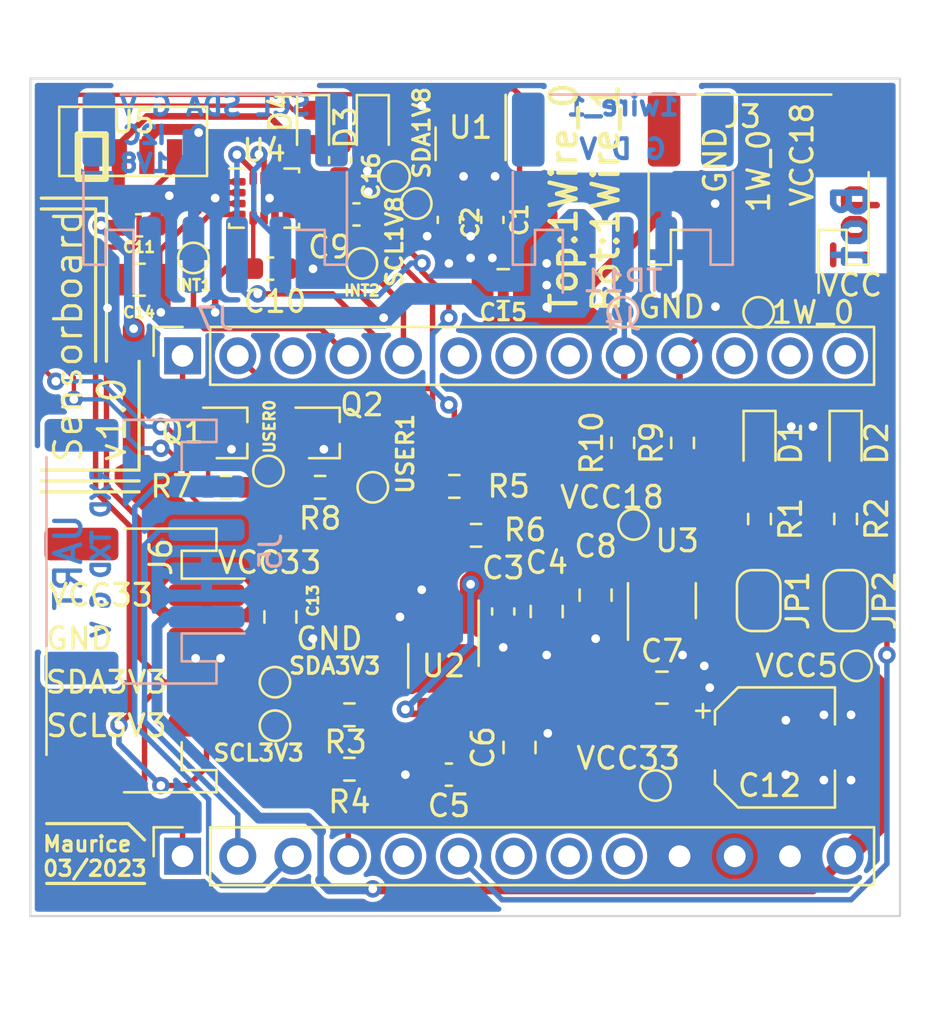
<source format=kicad_pcb>
(kicad_pcb (version 20211014) (generator pcbnew)
  (layers (0 "F.Cu" signal) (31 "B.Cu" signal) (34 "B.Paste" user) (35 "F.Paste" user) (36 "B.SilkS" user "B.Silkscreen") (37 "F.SilkS" user "F.Silkscreen") (38 "B.Mask" user) (39 "F.Mask" user) (44 "Edge.Cuts" user))
  (net 0 "")
  (net 1 "GND")
  (net 2 "Net-(D1-Pad2)")
  (net 3 "Net-(D2-Pad2)")
  (net 4 "Net-(D4-Pad1)")
  (net 5 "Net-(JP1-Pad1)")
  (net 6 "/VCC18")
  (net 7 "/SDA1V8")
  (net 8 "/SCL1V8")
  (net 9 "/EN1V8")
  (net 10 "/VCC33")
  (net 11 "/GPIO21")
  (net 12 "/GPIO01")
  (net 13 "/GPIO03")
  (net 14 "/GPIO22")
  (net 15 "/GPIO23")
  (net 16 "/LORA2")
  (net 17 "/LORA1")
  (net 18 "/GPIO27")
  (net 19 "/GPIO36")
  (net 20 "/GPIO39")
  (net 21 "/RST")
  (net 22 "/GPIO34")
  (net 23 "/GPIO35")
  (net 24 "/GPIO14")
  (net 25 "/GPIO12")
  (net 26 "/GPIO13")
  (net 27 "/GPIO25")
  (net 29 "/1WIRE_DATA0")
  (net 30 "/1WIRE_DATA1")
  (net 31 "/VCC5")
  (net 32 "Net-(D3-Pad1)")
  (net 33 "Net-(JP2-Pad1)")
  (net 34 "Net-(Q1-Pad3)")
  (net 35 "Net-(Q2-Pad3)")
  (net 38 "/GPIO00")
  (net 39 "/GPIO04")
  (footprint "LED_SMD:LED_0603_1608Metric" (layer "F.Cu") (at 91 59.75 -90)
    (fp_text reference "D4")
    (fp_text value "U1")
  )
  (footprint "Capacitor_SMD:C_0603_1608Metric" (layer "F.Cu") (at 93 63.75)
    (fp_text reference "C9")
    (fp_text value "100nF")
  )
  (footprint "Resistor_SMD:R_0603_1608Metric" (layer "F.Cu") (at 97.5 76.25 180)
    (fp_text reference "R5")
    (fp_text value "10k")
  )
  (footprint "Resistor_SMD:R_0603_1608Metric" (layer "F.Cu") (at 91.325 76.292893 180)
    (fp_text reference "R8")
    (fp_text value "82")
  )
  (footprint "Connector_PinSocket_2.54mm:PinSocket_1x13_P2.54mm_Vertical" (layer "F.Cu") (at 85 70.25 90)
    (fp_text reference "J2" hide)
    (fp_text value "Conn_01x13_Female")
  )
  (footprint "Capacitor_SMD:C_0603_1608Metric" (layer "F.Cu") (at 99.75 82 -90)
    (fp_text reference "C3")
    (fp_text value "100nF")
  )
  (footprint "TestPoint:TestPoint_Pad_D1.0mm" (layer "F.Cu") (at 85.5 65.75)
    (fp_text reference "TP12" hide)
    (fp_text value "INT1")
  )
  (footprint "Connector_JST:JST_PH_S3B-PH-SM4-TB_1x03-1MP_P2.00mm_Horizontal" (layer "F.Cu") (at 111.5 62.75 180)
    (fp_text reference "J3")
    (fp_text value "Conn_01x03_Female")
  )
  (footprint "Package_LGA:LGA-14_3x2.5mm_P0.5mm_LayoutBorder3x4y" (layer "F.Cu") (at 88.75 63)
    (fp_text reference "U4")
    (fp_text value "LSM6DS3")
  )
  (footprint "Connector_JST:JST_PH_S4B-PH-SM4-TB_1x04-1MP_P2.00mm_Horizontal" (layer "F.Cu") (at 83.25 84.25 -90)
    (fp_text reference "J6")
    (fp_text value "Conn_01x04_Female")
  )
  (footprint "own_footprints:VEML7700_top_view" (layer "F.Cu") (at 82.725 61.0915)
    (fp_text reference "U5")
    (fp_text value "VEML7700")
  )
  (footprint "Resistor_SMD:R_0603_1608Metric" (layer "F.Cu") (at 87 76.292893 180)
    (fp_text reference "R7")
    (fp_text value "82")
  )
  (footprint "TestPoint:TestPoint_Pad_D1.0mm" (layer "F.Cu") (at 94.75 62 90)
    (fp_text reference "TP9" hide)
    (fp_text value "SDA1V8")
  )
  (footprint "LED_SMD:LED_0603_1608Metric" (layer "F.Cu") (at 111.54 74.2675 -90)
    (fp_text reference "D1")
    (fp_text value "VCC33_Green")
  )
  (footprint "Package_LGA:Bosch_LGA-8_3x3mm_P0.8mm_ClockwisePinNumbering" (layer "F.Cu") (at 98.25 59.75)
    (fp_text reference "U1")
    (fp_text value "BME680")
  )
  (footprint "TestPoint:TestPoint_Pad_D1.0mm" (layer "F.Cu") (at 116 84.5)
    (fp_text reference "TP5" hide)
    (fp_text value "VCC5")
  )
  (footprint "Capacitor_SMD:C_0603_1608Metric" (layer "F.Cu") (at 97.25 89.5 180)
    (fp_text reference "C5")
    (fp_text value "100nF")
  )
  (footprint "Capacitor_SMD:C_0603_1608Metric" (layer "F.Cu") (at 99.25 64 -90)
    (fp_text reference "C1")
    (fp_text value "100nF")
  )
  (footprint "Capacitor_SMD:C_0805_2012Metric" (layer "F.Cu") (at 101.75 82 -90)
    (fp_text reference "C4")
    (fp_text value "1uF")
  )
  (footprint "Capacitor_SMD:C_0805_2012Metric" (layer "F.Cu") (at 99.75 67 180)
    (fp_text reference "C15")
    (fp_text value "1uF")
  )
  (footprint "Resistor_SMD:R_0603_1608Metric" (layer "F.Cu") (at 115.5 77.747258 -90)
    (fp_text reference "R2")
    (fp_text value "300")
  )
  (footprint "TestPoint:TestPoint_Pad_D1.0mm" (layer "F.Cu") (at 89.25 85.25 -90)
    (fp_text reference "TP7" hide)
    (fp_text value "SDA3V3")
  )
  (footprint "Package_TO_SOT_SMD:SOT-23-5" (layer "F.Cu") (at 107.05 81.5 90)
    (fp_text reference "U3")
    (fp_text value "TLV70218_SOT23-5")
  )
  (footprint "Capacitor_SMD:C_0805_2012Metric" (layer "F.Cu") (at 83 66.75 180)
    (fp_text reference "C14")
    (fp_text value "1uF")
  )
  (footprint "Resistor_SMD:R_0603_1608Metric" (layer "F.Cu") (at 92.675 89.25 180)
    (fp_text reference "R4")
    (fp_text value "10k")
  )
  (footprint "Jumper:SolderJumper-2_P1.3mm_Open_RoundedPad1.0x1.5mm" (layer "F.Cu") (at 111.5 81.5 -90)
    (fp_text reference "JP1")
    (fp_text value "SolderJumper_2_Open")
  )
  (footprint "Package_TO_SOT_SMD:SOT-323_SC-70" (layer "F.Cu") (at 91.5 73.792893)
    (fp_text reference "Q2")
    (fp_text value "Q_NMOS_GSD")
  )
  (footprint "Package_SO:VSSOP-8_3.0x3.0mm_P0.65mm" (layer "F.Cu") (at 97 84.5 -90)
    (fp_text reference "U2")
    (fp_text value "TCA9800")
  )
  (footprint "Capacitor_SMD:C_0805_2012Metric" (layer "F.Cu") (at 104 81.25 -90)
    (fp_text reference "C8")
    (fp_text value "1uF")
  )
  (footprint "TestPoint:TestPoint_Pad_D1.0mm" (layer "F.Cu") (at 93.75 76.292893)
    (fp_text reference "TP3" hide)
    (fp_text value "USER1")
  )
  (footprint "Resistor_SMD:R_0603_1608Metric" (layer "F.Cu") (at 105.25 74.25 90)
    (fp_text reference "R10")
    (fp_text value "4k7")
  )
  (footprint "Connector_PinSocket_2.54mm:PinSocket_1x13_P2.54mm_Vertical" (layer "F.Cu") (at 85 93.25 90)
    (fp_text reference "J1" hide)
    (fp_text value "Conn_01x13_Female")
  )
  (footprint "Resistor_SMD:R_0603_1608Metric" (layer "F.Cu") (at 98.5 78.5 180)
    (fp_text reference "R6")
    (fp_text value "10k")
  )
  (footprint "LED_SMD:LED_0603_1608Metric" (layer "F.Cu") (at 115.5 74.2675 -90)
    (fp_text reference "D2")
    (fp_text value "VCC5_Green")
  )
  (footprint "TestPoint:TestPoint_Pad_D1.0mm" (layer "F.Cu") (at 111.5 68.25 90)
    (fp_text reference "TP10" hide)
    (fp_text value "1W_0")
  )
  (footprint "Capacitor_SMD:C_0603_1608Metric" (layer "F.Cu") (at 97.25 64 -90)
    (fp_text reference "C2")
    (fp_text value "100nF")
  )
  (footprint "Package_TO_SOT_SMD:SOT-323_SC-70" (layer "F.Cu") (at 87.25 73.792893)
    (fp_text reference "Q1")
    (fp_text value "Q_NMOS_GSD")
  )
  (footprint "TestPoint:TestPoint_Pad_D1.0mm" (layer "F.Cu") (at 95.75 63.25 90)
    (fp_text reference "TP8" hide)
    (fp_text value "SCL1V8")
  )
  (footprint "Jumper:SolderJumper-2_P1.3mm_Open_RoundedPad1.0x1.5mm" (layer "F.Cu") (at 115.5 81.5 -90)
    (fp_text reference "JP2")
    (fp_text value "SolderJumper_2_Open")
  )
  (footprint "TestPoint:TestPoint_Pad_D1.0mm" (layer "F.Cu") (at 88.95 75.542893)
    (fp_text reference "TP2" hide)
    (fp_text value "USER0")
  )
  (footprint "TestPoint:TestPoint_Pad_D1.0mm" (layer "F.Cu") (at 89.25 87.25 180)
    (fp_text reference "TP6" hide)
    (fp_text value "SCL3V3")
  )
  (footprint "Resistor_SMD:R_0603_1608Metric" (layer "F.Cu") (at 111.54 77.75 -90)
    (fp_text reference "R1")
    (fp_text value "120")
  )
  (footprint "Capacitor_SMD:C_0603_1608Metric" (layer "F.Cu") (at 89.03 66.24)
    (fp_text reference "C10")
    (fp_text value "100nF")
  )
  (footprint "Capacitor_SMD:C_0603_1608Metric" (layer "F.Cu") (at 92.25 61.25 -90)
    (fp_text reference "C16")
    (fp_text value "100nF")
  )
  (footprint "LED_SMD:LED_0603_1608Metric" (layer "F.Cu") (at 93.75 59.75 -90)
    (fp_text reference "D3")
    (fp_text value "U0")
  )
  (footprint "Capacitor_SMD:C_0805_2012Metric" (layer "F.Cu") (at 89.5 82.25 -90)
    (fp_text reference "C13")
    (fp_text value "1uF")
  )
  (footprint "Resistor_SMD:R_0603_1608Metric" (layer "F.Cu") (at 108 74.25 90)
    (fp_text reference "R9")
    (fp_text value "4k7")
  )
  (footprint "Capacitor_SMD:C_0805_2012Metric" (layer "F.Cu") (at 107.05 85.5)
    (fp_text reference "C7")
    (fp_text value "1uF")
  )
  (footprint "Resistor_SMD:R_0603_1608Metric" (layer "F.Cu") (at 92.675 86.75 180)
    (fp_text reference "R3")
    (fp_text value "10k")
  )
  (footprint "TestPoint:TestPoint_Pad_D1.0mm" (layer "F.Cu") (at 105.75 78)
    (fp_text reference "TP4" hide)
    (fp_text value "VCC18")
  )
  (footprint "TestPoint:TestPoint_Pad_D1.0mm" (layer "F.Cu") (at 93.25 66)
    (fp_text reference "TP13" hide)
    (fp_text value "INT2")
  )
  (footprint "TestPoint:TestPoint_Pad_D1.0mm" (layer "F.Cu") (at 106.75 90)
    (fp_text reference "TP1" hide)
    (fp_text value "VCC33")
  )
  (footprint "Capacitor_SMD:CP_Elec_5x5.3" (layer "F.Cu") (at 112.25 88.25)
    (fp_text reference "C12")
    (fp_text value "10uF")
  )
  (footprint "Capacitor_SMD:C_0603_1608Metric" (layer "F.Cu") (at 83 64.25)
    (fp_text reference "C11")
    (fp_text value "100nF")
  )
  (footprint "Capacitor_SMD:C_0805_2012Metric" (layer "F.Cu") (at 100.5 88.25 90)
    (fp_text reference "C6")
    (fp_text value "1uF")
  )
  (footprint "Connector_JST:JST_PH_S4B-PH-SM4-TB_1x04-1MP_P2.00mm_Horizontal" (layer "B.Cu") (at 86.5 62.75)
    (fp_text reference "J7")
    (fp_text value "Conn_01x04_Female")
  )
  (footprint "Connector_JST:JST_PH_S4B-PH-SM4-TB_1x04-1MP_P2.00mm_Horizontal" (layer "B.Cu") (at 83.25 79.25 90)
    (fp_text reference "J5")
    (fp_text value "Conn_01x04_Female")
  )
  (footprint "TestPoint:TestPoint_Pad_D1.0mm" (layer "B.Cu") (at 105.25 68.25 180)
    (fp_text reference "TP11")
    (fp_text value "1W_1")
  )
  (footprint "Connector_JST:JST_PH_S3B-PH-SM4-TB_1x03-1MP_P2.00mm_Horizontal" (layer "B.Cu") (at 105.25 62.75)
    (fp_text reference "J4")
    (fp_text value "Conn_01x03_Female")
  )
  (gr_line (start 82.5 91.75) (end 83.25 92.5) (layer "F.SilkS") (width 0.15))
  (gr_line (start 78.75 94.5) (end 83.25 94.5) (layer "F.SilkS") (width 0.15))
  (gr_line (start 83 75.5) (end 83 70.5) (layer "F.SilkS") (width 0.15))
  (gr_line (start 81.5 70.5) (end 81.5 63) (layer "F.SilkS") (width 0.15))
  (gr_line (start 82.25 91.75) (end 82.5 91.75) (layer "F.SilkS") (width 0.15))
  (gr_line (start 81.5 63) (end 78.5 63) (layer "F.SilkS") (width 0.15))
  (gr_line (start 78.5 75.5) (end 83 75.5) (layer "F.SilkS") (width 0.15))
  (gr_line (start 78.75 91.75) (end 82.25 91.75) (layer "F.SilkS") (width 0.15))
  (gr_line (start 78.5 76.5) (end 83 76.5) (layer "F.SilkS") (width 0.15))
  (gr_line (start 78.5 63.5) (end 81 63.5) (layer "F.SilkS") (width 0.15))
  (gr_line (start 81 63.5) (end 81 70.5) (layer "F.SilkS") (width 0.15))
  (gr_line (start 78.5 76) (end 83 76) (layer "F.SilkS") (width 0.15))
  (gr_rect (start 78 96) (end 118 57.5) (layer "Edge.Cuts") (width 0.1) (fill none))
  (gr_text "Top" (at 115.75 64.25 90) (layer "F.Cu") (effects (font (size 1.5 1.5) (thickness 0.3))))
  (gr_text "G D V" (at 105.25 60.75) (layer "B.Cu") (effects (font (size 0.9 0.9) (thickness 0.2)) (justify mirror)))
  (gr_text "Bot" (at 115.75 64.25 90) (layer "B.Cu") (effects (font (size 1.5 1.5) (thickness 0.3)) (justify mirror)))
  (gr_text "SCL SDA G V" (at 86.5 58.75) (layer "B.Cu") (effects (font (size 0.9 0.9) (thickness 0.2)) (justify mirror)))
  (gr_text "RXD TXD G V" (at 81.25 79.25 90) (layer "B.Cu") (effects (font (size 0.8 0.8) (thickness 0.2)) (justify mirror)))
  (gr_text "I2C\n1V8" (at 83.25 60.75) (layer "B.Cu") (effects (font (size 0.8 0.8) (thickness 0.2)) (justify mirror)))
  (gr_text "1wire_1" (at 105.25 58.75) (layer "B.Cu") (effects (font (size 0.9 0.9) (thickness 0.2)) (justify mirror)))
  (gr_text "UART" (at 79.75 79.75 90) (layer "B.Cu") (effects (font (size 1.2 1.2) (thickness 0.2)) (justify mirror)))
  (gr_text "1W_0" (at 111.5 61.75 90) (layer "F.SilkS") (effects (font (size 1 1))))
  (gr_text "GND" (at 107.5 68) (layer "F.SilkS") (effects (font (size 1 1))))
  (gr_text "VCC33" (at 89 79.75) (layer "F.SilkS") (effects (font (size 1 1))))
  (gr_text "VCC" (at 115.75 67) (layer "F.SilkS") (effects (font (size 1 1))))
  (gr_text "GND" (at 109.5 61.25 90) (layer "F.SilkS") (effects (font (size 1 1))))
  (gr_text "VCC33" (at 81.25 81.25) (layer "F.SilkS") (effects (font (size 1 1))))
  (gr_text "VCC18" (at 113.5 61 90) (layer "F.SilkS") (effects (font (size 1 1))))
  (gr_text "GND" (at 91.75 83.25) (layer "F.SilkS") (effects (font (size 1 1))))
  (gr_text "Sensorboard\nv1.0" (at 80.75 75.25 90) (layer "F.SilkS") (effects (font (size 1.25 1.25)) (justify left)))
  (gr_text "Maurice\n03/2023" (at 78.5 93.25) (layer "F.SilkS") (effects (font (size 0.7 0.7)) (justify left)))
  (gr_text "GND" (at 80.25 83.25) (layer "F.SilkS") (effects (font (size 1 1))))
  (gr_text "Top:1Wire_0\nBot:1Wire_1" (at 103.5 63 90) (layer "F.SilkS") (effects (font (size 1.2 1.2) (thickness 0.2))))
  (gr_text "SDA3V3" (at 81.5 85.25) (layer "F.SilkS") (effects (font (size 1 1))))
  (gr_text "SCL3V3" (at 81.5 87.25) (layer "F.SilkS") (effects (font (size 1 1))))
  (segment (start 96.025 82.3) (end 95.05 82.3) (width 0.5) (layer "F.Cu") (net 1))
  (segment (start 114.45 88.25) (end 114.45 88.05) (width 0.5) (layer "F.Cu") (net 1))
  (segment (start 98.275 64.775) (end 98.25 64.75) (width 0.5) (layer "F.Cu") (net 1))
  (segment (start 81.55 67.25) (end 82.05 66.75) (width 1) (layer "F.Cu") (net 1))
  (segment (start 85.737701 59.987701) (end 85.5915 59.8415) (width 0.5) (layer "F.Cu") (net 1))
  (segment (start 86.1 83.25) (end 86.1 83.6505) (width 0.5) (layer "F.Cu") (net 1))
  (segment (start 85.5915 59.8415) (end 83.83 59.8415) (width 0.5) (layer "F.Cu") (net 1))
  (segment (start 96.025 82.3) (end 96.025 81.025) (width 0.5) (layer "F.Cu") (net 1))
  (segment (start 107.25 84) (end 108 84) (width 0.25) (layer "F.Cu") (net 1))
  (segment (start 84.387299 62.887299) (end 83.775 63.499598) (width 0.5) (layer "F.Cu") (net 1))
  (segment (start 114.45 88.25) (end 114.45 89.7) (width 0.5) (layer "F.Cu") (net 1))
  (segment (start 114.45 88.05) (end 115.75 86.75) (width 0.5) (layer "F.Cu") (net 1))
  (segment (start 97.85 60.9375) (end 97.85 61.9245) (width 0.25) (layer "F.Cu") (net 1))
  (segment (start 99.45 61.9245) (end 99.3745 62) (width 0.25) (layer "F.Cu") (net 1))
  (segment (start 97.85 61.9245) (end 97.9255 62) (width 0.25) (layer "F.Cu") (net 1))
  (segment (start 87.5875 63.25) (end 86.75 63.25) (width 0.25) (layer "F.Cu") (net 1))
  (segment (start 98.8 66.3) (end 98.25 65.75) (width 0.5) (layer "F.Cu") (net 1))
  (segment (start 93.775 63.75) (end 93.775 62.937577) (width 0.5) (layer "F.Cu") (net 1))
  (segment (start 114.45 88.25) (end 114.45 86.8) (width 0.5) (layer "F.Cu") (net 1))
  (segment (start 90.95 83.2) (end 91 83.25) (width 0.5) (layer "F.Cu") (net 1))
  (segment (start 83.36 60.3115) (end 83.36 61.0915) (width 0.5) (layer "F.Cu") (net 1))
  (segment (start 97.25 64.775) (end 97.25 66) (width 0.5) (layer "F.Cu") (net 1))
  (segment (start 107.05 82.6375) (end 107.05 83.8) (width 0.25) (layer "F.Cu") (net 1))
  (segment (start 86.1 83.25) (end 86.1 83.65) (width 0.5) (layer "F.Cu") (net 1))
  (segment (start 98.8 67) (end 98.8 66.3) (width 0.5) (layer "F.Cu") (net 1))
  (segment (start 109.512299 65.612299) (end 109.5 65.6) (width 0.5) (layer "F.Cu") (net 1))
  (segment (start 112.98 73.48) (end 113 73.5) (width 0.25) (layer "F.Cu") (net 1))
  (segment (start 89 63) (end 89.25 63.25) (width 0.25) (layer "F.Cu") (net 1))
  (segment (start 96.275 64.775) (end 96.25 64.75) (width 0.5) (layer "F.Cu") (net 1))
  (segment (start 97.25 64.775) (end 96.275 64.775) (width 0.5) (layer "F.Cu") (net 1))
  (segment (start 99.45 60.9375) (end 99.45 61.9245) (width 0.25) (layer "F.Cu") (net 1))
  (segment (start 97.05 58.5625) (end 96.1875 58.5625) (width 0.25) (layer "F.Cu") (net 1))
  (segment (start 92.25 62.025) (end 93.225 62.025) (width 0.5) (layer "F.Cu") (net 1))
  (segment (start 100.5 87.3) (end 101.5 87.3) (width 0.5) (layer "F.Cu") (net 1))
  (segment (start 83.775 63.499598) (end 83.775 64.25) (width 0.5) (layer "F.Cu") (net 1))
  (segment (start 114.45 88.25) (end 114.45 88.45) (width 0.5) (layer "F.Cu") (net 1))
  (segment (start 99.25 64.775) (end 99.25 65.75) (width 0.5) (layer "F.Cu") (net 1))
  (segment (start 96.475 89.5) (end 95.25 89.5) (width 0.5) (layer "F.Cu") (net 1))
  (segment (start 99.25 64.775) (end 98.275 64.775) (width 0.5) (layer "F.Cu") (net 1))
  (segment (start 99.75 82.775) (end 99.75 83.6505) (width 1) (layer "F.Cu") (net 1))
  (segment (start 86.25 74.442893) (end 87.15 74.442893) (width 0.3) (layer "F.Cu") (net 1))
  (segment (start 107.05 83.8) (end 107.25 84) (width 0.25) (layer "F.Cu") (net 1))
  (segment (start 86.75 62.25) (end 86.5 62.5) (width 0.25) (layer "F.Cu") (net 1))
  (segment (start 91.4 74.442893) (end 91.5 74.542893) (width 0.3) (layer "F.Cu") (net 1))
  (segment (start 86.75 62.75) (end 86.5 63) (width 0.25) (layer "F.Cu") (net 1))
  (segment (start 86.1 83.6505) (end 85.6 84.1505) (width 0.5) (layer "F.Cu") (net 1))
  (segment (start 86.1 83.5005) (end 86.75 84.1505) (width 0.5) (layer "F.Cu") (net 1))
  (segment (start 96.025 81.025) (end 96 81) (width 0.25) (layer "F.Cu") (net 1))
  (segment (start 109.5 65.6) (end 109.5 63.25) (width 0.5) (layer "F.Cu") (net 1))
  (segment (start 114 88.25) (end 112.75 87) (width 0.5) (layer "F.Cu") (net 1))
  (segment (start 87.5875 62.25) (end 86.75 62.25) (width 0.25) (layer "F.Cu") (net 1))
  (segment (start 101.5 87.3) (end 101.8 87.6) (width 0.5) (layer "F.Cu") (net 1))
  (segment (start 111.54 73.48) (end 112.98 73.48) (width 0.25) (layer "F.Cu") (net 1))
  (segment (start 90.5 74.442893) (end 91.4 74.442893) (width 0.3) (layer "F.Cu") (net 1))
  (segment (start 115.5 73.48) (end 114.02 73.48) (width 0.25) (layer "F.Cu") (net 1))
  (segment (start 87.15 74.442893) (end 87.25 74.542893) (width 0.3) (layer "F.Cu") (net 1))
  (segment (start 114.45 88.25) (end 114 88.25) (width 0.5) (layer "F.Cu") (net 1))
  (segment (start 104 82.2) (end 104 83.25) (width 1) (layer "F.Cu") (net 1))
  (segment (start 86.75 63.25) (end 86.5 63) (width 0.25) (layer "F.Cu") (net 1))
  (segment (start 86.1 83.25) (end 86.1 83.5005) (width 0.5) (layer "F.Cu") (net 1))
  (segment (start 89.25 63.25) (end 89.25 63.9125) (width 0.25) (layer "F.Cu") (net 1))
  (segment (start 89 63) (end 88.75 63.25) (width 0.25) (layer "F.Cu") (net 1))
  (segment (start 114 88.25) (end 112.75 89.5) (width 0.5) (layer "F.Cu") (net 1))
  (segment (start 93.225 62.025) (end 93.5 61.75) (width 0.5) (layer "F.Cu") (net 1))
  (segment (start 114.02 73.48) (end 114 73.5) (width 0.25) (layer "F.Cu") (net 1))
  (segment (start 96.1875 58.5625) (end 96 58.75) (width 0.25) (layer "F.Cu") (net 1))
  (segment (start 88.75 63.25) (end 88.75 63.9125) (width 0.25) (layer "F.Cu") (net 1))
  (segment (start 109.512299 67.987701) (end 109.512299 65.612299) (width 0.5) (layer "F.Cu") (net 1))
  (segment (start 86.5 62.5) (end 86.5 63) (width 0.25) (layer "F.Cu") (net 1))
  (segment (start 89.805 66.24) (end 90.99 66.24) (width 0.3) (layer "F.Cu") (net 1))
  (segment (start 114.45 88.45) (end 115.75 89.75) (width 0.5) (layer "F.Cu") (net 1))
  (segment (start 95.05 82.3) (end 95 82.25) (width 0.25) (layer "F.Cu") (net 1))
  (segment (start 89.5 83.2) (end 90.95 83.2) (width 0.5) (layer "F.Cu") (net 1))
  (segment (start 81.55 68.05) (end 81.55 67.25) (width 1) (layer "F.Cu") (net 1))
  (segment (start 87.5875 62.75) (end 86.75 62.75) (width 0.25) (layer "F.Cu") (net 1))
  (segment (start 83.83 59.8415) (end 83.36 60.3115) (width 0.5) (layer "F.Cu") (net 1))
  (segment (start 93.775 62.937577) (end 93.546766 62.709343) (width 0.5) (layer "F.Cu") (net 1))
  (segment (start 90.99 66.24) (end 91 66.25) (width 0.3) (layer "F.Cu") (net 1))
  (segment (start 114.45 86.8) (end 114.5 86.75) (width 0.5) (layer "F.Cu") (net 1))
  (segment (start 101.75 82.95) (end 101.75 84) (width 1) (layer "F.Cu") (net 1))
  (segment (start 114.45 89.7) (end 114.5 89.75) (width 0.5) (layer "F.Cu") (net 1))
  (via (at 114.5 86.75) (size 0.8) (drill 0.4) (layers "F.Cu" "B.Cu") (net 1))
  (via (at 98.25 65.75) (size 0.8) (drill 0.4) (layers "F.Cu" "B.Cu") (net 1))
  (via (at 109.25 85.5) (size 0.8) (drill 0.4) (layers "F.Cu" "B.Cu") (net 1))
  (via (at 95.25 89.5) (size 0.8) (drill 0.4) (layers "F.Cu" "B.Cu") (net 1))
  (via (at 114.5 89.75) (size 0.8) (drill 0.4) (layers "F.Cu" "B.Cu") (net 1))
  (via (at 96.25 64.75) (size 0.8) (drill 0.4) (layers "F.Cu" "B.Cu") (net 1))
  (via (at 101.75 84) (size 0.8) (drill 0.4) (layers "F.Cu" "B.Cu") (net 1))
  (via (at 97.9255 62) (size 0.8) (drill 0.4) (layers "F.Cu" "B.Cu") (net 1))
  (via (at 97.25 66) (size 0.8) (drill 0.4) (layers "F.Cu" "B.Cu") (net 1))
  (via (at 112.75 87) (size 0.8) (drill 0.4) (layers "F.Cu" "B.Cu") (net 1))
  (via (at 109 84.5) (size 0.8) (drill 0.4) (layers "F.Cu" "B.Cu") (net 1))
  (via (at 89 63) (size 0.8) (drill 0.4) (layers "F.Cu" "B.Cu") (net 1))
  (via (at 86.5 63) (size 0.8) (drill 0.4) (layers "F.Cu" "B.Cu") (net 1))
  (via (at 93.5 61.75) (size 0.8) (drill 0.4) (layers "F.Cu" "B.Cu") (net 1))
  (via (at 93.546766 62.709343) (size 0.8) (drill 0.4) (layers "F.Cu" "B.Cu") (net 1))
  (via (at 96 81) (size 0.8) (drill 0.4) (layers "F.Cu" "B.Cu") (net 1))
  (via (at 91 66.25) (size 0.8) (drill 0.4) (layers "F.Cu" "B.Cu") (net 1))
  (via (at 86.75 84.1505) (size 0.8) (drill 0.4) (layers "F.Cu" "B.Cu") (net 1))
  (via (at 91 83.25) (size 0.8) (drill 0.4) (layers "F.Cu" "B.Cu") (net 1))
  (via (at 85.6 84.1505) (size 0.8) (drill 0.4) (layers "F.Cu" "B.Cu") (net 1))
  (via (at 109.512299 67.987701) (size 0.8) (drill 0.4) (layers "F.Cu" "B.Cu") (net 1))
  (via (at 85.737701 59.987701) (size 0.8) (drill 0.4) (layers "F.Cu" "B.Cu") (net 1))
  (via (at 99.75 83.6505) (size 0.8) (drill 0.4) (layers "F.Cu" "B.Cu") (net 1))
  (via (at 115.75 89.75) (size 0.8) (drill 0.4) (layers "F.Cu" "B.Cu") (net 1))
  (via (at 108 84) (size 0.8) (drill 0.4) (layers "F.Cu" "B.Cu") (net 1))
  (via (at 96 58.75) (size 0.8) (drill 0.4) (layers "F.Cu" "B.Cu") (net 1))
  (via (at 99.25 65.75) (size 0.8) (drill 0.4) (layers "F.Cu" "B.Cu") (net 1))
  (via (at 87.25 74.542893) (size 0.8) (drill 0.4) (layers "F.Cu" "B.Cu") (net 1))
  (via (at 104 83.25) (size 0.8) (drill 0.4) (layers "F.Cu" "B.Cu") (net 1))
  (via (at 91.5 74.542893) (size 0.8) (drill 0.4) (layers "F.Cu" "B.Cu") (net 1))
  (via (at 81.55 68.05) (size 0.8) (drill 0.4) (layers "F.Cu" "B.Cu") (net 1))
  (via (at 113 73.5) (size 0.8) (drill 0.4) (layers "F.Cu" "B.Cu") (net 1))
  (via (at 95 82.25) (size 0.8) (drill 0.4) (layers "F.Cu" "B.Cu") (net 1))
  (via (at 115.75 86.75) (size 0.8) (drill 0.4) (layers "F.Cu" "B.Cu") (net 1))
  (via (at 101.8 87.6) (size 0.8) (drill 0.4) (layers "F.Cu" "B.Cu") (net 1))
  (via (at 109.5 63.25) (size 0.8) (drill 0.4) (layers "F.Cu" "B.Cu") (net 1))
  (via (at 99.3745 62) (size 0.8) (drill 0.4) (layers "F.Cu" "B.Cu") (net 1))
  (via (at 114 73.5) (size 0.8) (drill 0.4) (layers "F.Cu" "B.Cu") (net 1))
  (via (at 112.75 89.5) (size 0.8) (drill 0.4) (layers "F.Cu" "B.Cu") (net 1))
  (via (at 98.25 64.75) (size 0.8) (drill 0.4) (layers "F.Cu" "B.Cu") (net 1))
  (via (at 84.387299 62.887299) (size 0.8) (drill 0.4) (layers "F.Cu" "B.Cu") (net 1))
  (segment (start 111.54 76.925) (end 111.54 75.055) (width 0.25) (layer "F.Cu") (net 2))
  (segment (start 115.5 76.922258) (end 115.5 75.055) (width 0.25) (layer "F.Cu") (net 3))
  (segment (start 90.10625 58.9625) (end 91 58.9625) (width 0.2) (layer "F.Cu") (net 4))
  (segment (start 79.15 70.4) (end 79.15 59.85) (width 0.2) (layer "F.Cu") (net 4))
  (segment (start 80.25 58.75) (end 89.89375 58.75) (width 0.2) (layer "F.Cu") (net 4))
  (segment (start 85.2 76.5) (end 85.767893 77.067893) (width 0.2) (layer "F.Cu") (net 4))
  (segment (start 84.25 74.5) (end 85.2 75.45) (width 0.2) (layer "F.Cu") (net 4))
  (segment (start 89.725 77.067893) (end 90.5 76.292893) (width 0.2) (layer "F.Cu") (net 4))
  (segment (start 85.767893 77.067893) (end 89.725 77.067893) (width 0.2) (layer "F.Cu") (net 4))
  (segment (start 85.2 75.45) (end 85.2 76.5) (width 0.2) (layer "F.Cu") (net 4))
  (segment (start 79.15 59.85) (end 80.25 58.75) (width 0.2) (layer "F.Cu") (net 4))
  (segment (start 80 72.25) (end 80 71.25) (width 0.2) (layer "F.Cu") (net 4))
  (segment (start 89.89375 58.75) (end 90.10625 58.9625) (width 0.2) (layer "F.Cu") (net 4))
  (segment (start 84 74.5) (end 84.25 74.5) (width 0.2) (layer "F.Cu") (net 4))
  (segment (start 80 71.25) (end 79.15 70.4) (width 0.2) (layer "F.Cu") (net 4))
  (via (at 84 74.5) (size 0.8) (drill 0.4) (layers "F.Cu" "B.Cu") (net 4))
  (via (at 80 72.25) (size 0.8) (drill 0.4) (layers "F.Cu" "B.Cu") (net 4))
  (segment (start 82.5 74) (end 82.5 73.25) (width 0.2) (layer "B.Cu") (net 4))
  (segment (start 83 74.5) (end 82.5 74) (width 0.2) (layer "B.Cu") (net 4))
  (segment (start 81.5 72.25) (end 80 72.25) (width 0.2) (layer "B.Cu") (net 4))
  (segment (start 82.5 73.25) (end 81.5 72.25) (width 0.2) (layer "B.Cu") (net 4))
  (segment (start 84 74.5) (end 83 74.5) (width 0.2) (layer "B.Cu") (net 4))
  (segment (start 111.5 78.615) (end 111.54 78.575) (width 0.25) (layer "F.Cu") (net 5))
  (segment (start 111.5 80.85) (end 111.5 78.615) (width 0.25) (layer "F.Cu") (net 5))
  (segment (start 87.01 66.24) (end 86.5 66.75) (width 0.3) (layer "F.Cu") (net 6))
  (segment (start 83.95 66.75) (end 83.95 65.413604) (width 0.25) (layer "F.Cu") (net 6))
  (segment (start 108.5 62.25) (end 112.75 62.25) (width 0.5) (layer "F.Cu") (net 6))
  (segment (start 83.95 66.75) (end 83.95 68.2) (width 1) (layer "F.Cu") (net 6))
  (segment (start 112.75 62.25) (end 113.5 63) (width 0.5) (layer "F.Cu") (net 6))
  (segment (start 85.75 63.613604) (end 85.75 61) (width 0.25) (layer "F.Cu") (net 6))
  (segment (start 92.25 63.6875) (end 92.1875 63.6875) (width 0.2) (layer "F.Cu") (net 6))
  (segment (start 96.025 86.7) (end 95.45 86.7) (width 0.3) (layer "F.Cu") (net 6))
  (segment (start 113.5 63) (end 113.5 65.6) (width 0.5) (layer "F.Cu") (net 6))
  (segment (start 99.25 63.225) (end 98.65 62.625) (width 0.25) (layer "F.Cu") (net 6))
  (segment (start 100.7 67) (end 101.75 67) (width 0.5) (layer "F.Cu") (net 6))
  (segment (start 100.75 67) (end 101.75 68) (width 0.25) (layer "F.Cu") (net 6))
  (segment (start 88.25 66.235) (end 88.255 66.24) (width 0.2) (layer "F.Cu") (net 6))
  (segment (start 97.85 58.5625) (end 97.85 58.4) (width 0.25) (layer "F.Cu") (net 6))
  (segment (start 103.75 67) (end 108.5 62.25) (width 0.5) (layer "F.Cu") (net 6))
  (segment (start 101.7 66) (end 100.7 67) (width 0.5) (layer "F.Cu") (net 6))
  (segment (start 88.255 66.24) (end 87.01 66.24) (width 0.3) (layer "F.Cu") (net 6))
  (segment (start 95.45 86.7) (end 95.25 86.5) (width 0.3) (layer "F.Cu") (net 6))
  (segment (start 83.95 68.2) (end 84 68.25) (width 1) (layer "F.Cu") (net 6))
  (segment (start 100.5 58.25) (end 100.5 63.25) (width 0.25) (layer "F.Cu") (net 6))
  (segment (start 88.25 63.9125) (end 88.25 66.235) (width 0.2) (layer "F.Cu") (net 6))
  (segment (start 86.5 60.25) (end 89 60.25) (width 0.25) (layer "F.Cu") (net 6))
  (segment (start 98.275 57.975) (end 100.225 57.975) (width 0.25) (layer "F.Cu") (net 6))
  (segment (start 92.25 66.5) (end 92.25 63.6875) (width 0.3) (layer "F.Cu") (net 6))
  (segment (start 100.7 67) (end 100.7 66.7) (width 0.25) (layer "F.Cu") (net 6))
  (segment (start 97.05 63.025) (end 97.25 63.225) (width 0.25) (layer "F.Cu") (net 6))
  (segment (start 85.75 61) (end 86.5 60.25) (width 0.25) (layer "F.Cu") (net 6))
  (segment (start 86.5 66.75) (end 86.5 68.5) (width 0.3) (layer "F.Cu") (net 6))
  (segment (start 97.05 60.9375) (end 97.05 63.025) (width 0.25) (layer "F.Cu") (net 6))
  (segment (start 94.25 68.5) (end 92.25 66.5) (width 0.3) (layer "F.Cu") (net 6))
  (segment (start 98.25 58) (end 98.275 57.975) (width 0.25) (layer "F.Cu") (net 6))
  (segment (start 92.1875 63.75) (end 92.25 63.6875) (width 0.2) (layer "F.Cu") (net 6))
  (segment (start 89 60.25) (end 89.25 60.5) (width 0.25) (layer "F.Cu") (net 6))
  (segment (start 89.25 60.5) (end 89.25 62.0875) (width 0.25) (layer "F.Cu") (net 6))
  (segment (start 101.75 66) (end 101.7 66) (width 0.5) (layer "F.Cu") (net 6))
  (segment (start 100.225 57.975) (end 100.5 58.25) (width 0.25) (layer "F.Cu") (net 6))
  (segment (start 97.85 58.4) (end 98.25 58) (width 0.25) (layer "F.Cu") (net 6))
  (segment (start 89.9125 63.75) (end 92.1875 63.75) (width 0.2) (layer "F.Cu") (net 6))
  (segment (start 101.75 67) (end 103.75 67) (width 0.5) (layer "F.Cu") (net 6))
  (segment (start 100.7 67) (end 100.75 67) (width 0.25) (layer "F.Cu") (net 6))
  (segment (start 83.95 65.413604) (end 85.75 63.613604) (width 0.25) (layer "F.Cu") (net 6))
  (segment (start 98.65 62.625) (end 98.65 60.9375) (width 0.25) (layer "F.Cu") (net 6))
  (via (at 98.25 80.75) (size 0.8) (drill 0.4) (layers "F.Cu" "B.Cu") (net 6))
  (via (at 86.5 68.25) (size 0.8) (drill 0.4) (layers "F.Cu" "B.Cu") (net 6))
  (via (at 101.75 66) (size 0.8) (drill 0.4) (layers "F.Cu" "B.Cu") (net 6))
  (via (at 84 68.25) (size 0.8) (drill 0.4) (layers "F.Cu" "B.Cu") (net 6))
  (via (at 101.75 67) (size 0.8) (drill 0.4) (layers "F.Cu" "B.Cu") (net 6))
  (via (at 94.25 68.5) (size 0.8) (drill 0.4) (layers "F.Cu" "B.Cu") (net 6))
  (via (at 95.25 86.5) (size 0.8) (drill 0.4) (layers "F.Cu" "B.Cu") (net 6))
  (via (at 101.75 68) (size 0.8) (drill 0.4) (layers "F.Cu" "B.Cu") (net 6))
  (segment (start 101.75 68) (end 98.75 68) (width 1) (layer "B.Cu") (net 6))
  (segment (start 86.5 68.5) (end 84.25 68.5) (width 1) (layer "B.Cu") (net 6))
  (segment (start 94.25 68.5) (end 86.5 68.5) (width 1) (layer "B.Cu") (net 6))
  (segment (start 98.75 68) (end 98.15 67.4) (width 1) (layer "B.Cu") (net 6))
  (segment (start 95.25 86.5) (end 98.25 83.5) (width 0.3) (layer "B.Cu") (net 6))
  (segment (start 103.25 65.6) (end 102.15 65.6) (width 0.5) (layer "B.Cu") (net 6))
  (segment (start 98.15 67.4) (end 95.35 67.4) (width 1) (layer "B.Cu") (net 6))
  (segment (start 84.25 68.5) (end 84 68.25) (width 1) (layer "B.Cu") (net 6))
  (segment (start 102.15 65.6) (end 101.75 66) (width 0.5) (layer "B.Cu") (net 6))
  (segment (start 98.25 83.5) (end 98.25 80.75) (width 0.3) (layer "B.Cu") (net 6))
  (segment (start 95.35 67.4) (end 94.25 68.5) (width 1) (layer "B.Cu") (net 6))
  (segment (start 84 68.25) (end 83.5 67.75) (width 1) (layer "B.Cu") (net 6))
  (segment (start 83.5 67.75) (end 83.5 65.6) (width 1) (layer "B.Cu") (net 6))
  (segment (start 96.725 76.3) (end 96.675 76.25) (width 0.25) (layer "F.Cu") (net 7))
  (segment (start 94.75 61.113604) (end 94.75 62) (width 0.25) (layer "F.Cu") (net 7))
  (segment (start 91.9005 67.4005) (end 93.795 69.295) (width 0.25) (layer "F.Cu") (net 7))
  (segment (start 98.2 59.8) (end 96.063604 59.8) (width 0.25) (layer "F.Cu") (net 7))
  (segment (start 93.795 69.295) (end 93.795 71.045) (width 0.25) (layer "F.Cu") (net 7))
  (segment (start 88.455424 67.4005) (end 91.9005 67.4005) (width 0.25) (layer "F.Cu") (net 7))
  (segment (start 88.25 61.75) (end 87.5 61) (width 0.25) (layer "F.Cu") (net 7))
  (segment (start 88.25 62.0875) (end 88.25 61.75) (width 0.25) (layer "F.Cu") (net 7))
  (segment (start 96.725 82.25) (end 96.725 76.3) (width 0.25) (layer "F.Cu") (net 7))
  (segment (start 96.5 67.5) (end 94.75 65.75) (width 0.25) (layer "F.Cu") (net 7))
  (segment (start 98.65 59.35) (end 98.2 59.8) (width 0.25) (layer "F.Cu") (net 7))
  (segment (start 96.675 76.25) (end 96.5 76.075) (width 0.25) (layer "F.Cu") (net 7))
  (segment (start 96.5 71.75) (end 96.5 67.5) (width 0.25) (layer "F.Cu") (net 7))
  (segment (start 96.5 76.075) (end 96.5 71.75) (width 0.25) (layer "F.Cu") (net 7))
  (segment (start 96.063604 59.8) (end 94.75 61.113604) (width 0.25) (layer "F.Cu") (net 7))
  (segment (start 98.65 58.5625) (end 98.65 59.35) (width 0.25) (layer "F.Cu") (net 7))
  (segment (start 94.5 71.75) (end 96.5 71.75) (width 0.25) (layer "F.Cu") (net 7))
  (segment (start 96.675 82.3) (end 96.725 82.25) (width 0.25) (layer "F.Cu") (net 7))
  (segment (start 94.75 62) (end 94.75 65.75) (width 0.25) (layer "F.Cu") (net 7))
  (segment (start 93.795 71.045) (end 94.5 71.75) (width 0.25) (layer "F.Cu") (net 7))
  (via (at 87.5 61) (size 0.8) (drill 0.4) (layers "F.Cu" "B.Cu") (net 7))
  (via (at 88.455424 67.4005) (size 0.8) (drill 0.4) (layers "F.Cu" "B.Cu") (net 7))
  (segment (start 87.5 67) (end 87.5 65.6) (width 0.25) (layer "B.Cu") (net 7))
  (segment (start 88.455424 67.4005) (end 88.355924 67.5) (width 0.25) (layer "B.Cu") (net 7))
  (segment (start 88 67.5) (end 87.5 67) (width 0.25) (layer "B.Cu") (net 7))
  (segment (start 87.5 61) (end 87.5 65.6) (width 0.25) (layer "B.Cu") (net 7))
  (segment (start 88.355924 67.5) (end 88 67.5) (width 0.25) (layer "B.Cu") (net 7))
  (segment (start 96.25 60.25) (end 98.5 60.25) (width 0.25) (layer "F.Cu") (net 8))
  (segment (start 97.5 72.75) (end 97.25 72.5) (width 0.25) (layer "F.Cu") (net 8))
  (segment (start 97.325 82.3) (end 97.325 78.85) (width 0.25) (layer "F.Cu") (net 8))
  (segment (start 97.5 78.325) (end 97.5 72.75) (width 0.25) (layer "F.Cu") (net 8))
  (segment (start 95.75 60.75) (end 96.25 60.25) (width 0.25) (layer "F.Cu") (net 8))
  (segment (start 99.5 58.6125) (end 99.45 58.5625) (width 0.25) (layer "F.Cu") (net 8))
  (segment (start 95.75 63.25) (end 95.75 60.75) (width 0.25) (layer "F.Cu") (net 8))
  (segment (start 88.75 61.225402) (end 88.512299 60.987701) (width 0.25) (layer "F.Cu") (net 8))
  (segment (start 97.25 67.613604) (end 97.25 68.5) (width 0.25) (layer "F.Cu") (net 8))
  (segment (start 96.012299 65.987701) (end 96.012299 66.375903) (width 0.25) (layer "F.Cu") (net 8))
  (segment (start 98.5 60.25) (end 99.5 59.25) (width 0.25) (layer "F.Cu") (net 8))
  (segment (start 95.25 65.225402) (end 95.25 63.75) (width 0.25) (layer "F.Cu") (net 8))
  (segment (start 99.5 59.25) (end 99.5 58.6125) (width 0.25) (layer "F.Cu") (net 8))
  (segment (start 97.675 78.5) (end 97.5 78.325) (width 0.25) (layer "F.Cu") (net 8))
  (segment (start 96.012299 65.987701) (end 95.25 65.225402) (width 0.25) (layer "F.Cu") (net 8))
  (segment (start 96.012299 66.375903) (end 97.25 67.613604) (width 0.25) (layer "F.Cu") (net 8))
  (segment (start 95.25 63.75) (end 95.75 63.25) (width 0.25) (layer "F.Cu") (net 8))
  (segment (start 88.75 62.0875) (end 88.75 61.225402) (width 0.25) (layer "F.Cu") (net 8))
  (segment (start 97.325 78.85) (end 97.675 78.5) (width 0.25) (layer "F.Cu") (net 8))
  (via (at 97.25 68.5) (size 0.8) (drill 0.4) (layers "F.Cu" "B.Cu") (net 8))
  (via (at 97.25 72.5) (size 0.8) (drill 0.4) (layers "F.Cu" "B.Cu") (net 8))
  (via (at 96.012299 65.987701) (size 0.8) (drill 0.4) (layers "F.Cu" "B.Cu") (net 8))
  (via (at 88.512299 60.987701) (size 0.8) (drill 0.4) (layers "F.Cu" "B.Cu") (net 8))
  (segment (start 88.275 63.775) (end 89.5 65) (width 0.25) (layer "B.Cu") (net 8))
  (segment (start 90 67.5) (end 94 67.5) (width 0.25) (layer "B.Cu") (net 8))
  (segment (start 94 67.5) (end 95.512299 65.987701) (width 0.25) (layer "B.Cu") (net 8))
  (segment (start 89.5 67) (end 90 67.5) (width 0.25) (layer "B.Cu") (net 8))
  (segment (start 95.512299 65.987701) (end 96.012299 65.987701) (width 0.25) (layer "B.Cu") (net 8))
  (segment (start 88.512299 60.987701) (end 88.512299 61.487701) (width 0.25) (layer "B.Cu") (net 8))
  (segment (start 88.275 61.725) (end 88.275 63.775) (width 0.25) (layer "B.Cu") (net 8))
  (segment (start 97.25 68.5) (end 96.5 69.25) (width 0.25) (layer "B.Cu") (net 8))
  (segment (start 96.5 69.25) (end 96.5 71.75) (width 0.25) (layer "B.Cu") (net 8))
  (segment (start 89.5 65.6) (end 89.5 67) (width 0.25) (layer "B.Cu") (net 8))
  (segment (start 88.512299 61.487701) (end 88.275 61.725) (width 0.25) (layer "B.Cu") (net 8))
  (segment (start 96.5 71.75) (end 97.25 72.5) (width 0.25) (layer "B.Cu") (net 8))
  (segment (start 89.5 65) (end 89.5 65.6) (width 0.25) (layer "B.Cu") (net 8))
  (segment (start 109.6 80.6) (end 109.6 78.6) (width 0.25) (layer "F.Cu") (net 9))
  (segment (start 116.6 77.8) (end 117.4 78.6) (width 0.25) (layer "F.Cu") (net 9))
  (segment (start 108 82.6375) (end 108 82.2) (width 0.25) (layer "F.Cu") (net 9))
  (segment (start 110.4 77.8) (end 116.6 77.8) (width 0.25) (layer "F.Cu") (net 9))
  (segment (start 117.4 78.6) (end 117.4 84) (width 0.25) (layer "F.Cu") (net 9))
  (segment (start 109.6 78.6) (end 110.4 77.8) (width 0.25) (layer "F.Cu") (net 9))
  (segment (start 108 82.2) (end 109.6 80.6) (width 0.25) (layer "F.Cu") (net 9))
  (via (at 117.4 84) (size 0.8) (drill 0.4) (layers "F.Cu" "B.Cu") (net 9))
  (segment (start 117.4 93.6) (end 115.75 95.25) (width 0.25) (layer "B.Cu") (net 9))
  (segment (start 99.7 95.25) (end 97.7 93.25) (width 0.25) (layer "B.Cu") (net 9))
  (segment (start 115.75 95.25) (end 99.7 95.25) (width 0.25) (layer "B.Cu") (net 9))
  (segment (start 117.4 84) (end 117.4 93.6) (width 0.25) (layer "B.Cu") (net 9))
  (segment (start 82.09 60.5115) (end 82.09 61.0915) (width 0.3) (layer "F.Cu") (net 10))
  (segment (start 82.09 64.115) (end 82.09 61.0915) (width 0.5) (layer "F.Cu") (net 10))
  (segment (start 110.5 83.15) (end 111.5 82.15) (width 1) (layer "F.Cu") (net 10))
  (segment (start 89 59.25) (end 86.060661 59.25) (width 0.3) (layer "F.Cu") (net 10))
  (segment (start 95 90.75) (end 97.75 90.75) (width 0.3) (layer "F.Cu") (net 10))
  (segment (start 86.060661 59.25) (end 86.048362 59.237701) (width 0.3) (layer "F.Cu") (net 10))
  (segment (start 103.8 87) (end 103.8 88.2) (width 1) (layer "F.Cu") (net 10))
  (segment (start 93.75 60.5375) (end 91 60.5375) (width 0.3) (layer "F.Cu") (net 10))
  (segment (start 82.225 64.25) (end 82.09 64.115) (width 0.3) (layer "F.Cu") (net 10))
  (segment (start 102.075 85.275) (end 103.8 87) (width 1) (layer "F.Cu") (net 10))
  (segment (start 86.048362 59.237701) (end 83.363799 59.237701) (width 0.3) (layer "F.Cu") (net 10))
  (segment (start 82.75 69) (end 82.75 76) (width 1) (layer "F.Cu") (net 10))
  (segment (start 93.5 86.75) (end 93.5 85.368503) (width 0.5) (layer "F.Cu") (net 10))
  (segment (start 83.363799 59.237701) (end 82.09 60.5115) (width 0.3) (layer "F.Cu") (net 10))
  (segment (start 110.05 88.25) (end 110.5 87.8) (width 1) (layer "F.Cu") (net 10))
  (segment (start 98.025 86.75) (end 97.975 86.7) (width 0.3) (layer "F.Cu") (net 10))
  (segment (start 90.2875 60.5375) (end 89 59.25) (width 0.3) (layer "F.Cu") (net 10))
  (segment (start 110.5 87.8) (end 110.5 83.15) (width 1) (layer "F.Cu") (net 10))
  (segment (start 93.5 89.25) (end 95 90.75) (width 0.3) (layer "F.Cu") (net 10))
  (segment (start 98.025 89.5) (end 98.025 86.75) (width 0.3) (layer "F.Cu") (net 10))
  (segment (start 91 60.5375) (end 90.2875 60.5375) (width 0.3) (layer "F.Cu") (net 10))
  (segment (start 106.1 85.5) (end 106.1 82.6375) (width 0.5) (layer "F.Cu") (net 10))
  (segment (start 81.25 64.25) (end 82.225 64.25) (width 0.5) (layer "F.Cu") (net 10))
  (via (at 81.25 64.25) (size 0.8) (drill 0.4) (layers "F.Cu" "B.Cu") (net 10))
  (via (at 82.75 69) (size 0.8) (drill 0.4) (layers "F.Cu" "B.Cu") (net 10))
  (segment (start 82.55 68.8) (end 82.55 65.55) (width 0.5) (layer "B.Cu") (net 10))
  (segment (start 82.75 69) (end 82.55 68.8) (width 0.5) (layer "B.Cu") (net 10))
  (segment (start 82.55 65.55) (end 81.25 64.25) (width 0.5) (layer "B.Cu") (net 10))
  (segment (start 81.25 65.25) (end 80.725 65.775) (width 0.25) (layer "F.Cu") (net 11))
  (segment (start 83 65) (end 82.75 65.25) (width 0.25) (layer "F.Cu") (net 11))
  (segment (start 82.75 65.25) (end 81.25 65.25) (width 0.25) (layer "F.Cu") (net 11))
  (segment (start 81.5 76.25) (end 81.5 69.3) (width 0.25) (layer "F.Cu") (net 11))
  (segment (start 96.675 87.575) (end 96.5 87.75) (width 0.25) (layer "F.Cu") (net 11))
  (segment (start 83 84.1) (end 84.15 85.25) (width 0.25) (layer "F.Cu") (net 11))
  (segment (start 83.699695 90.725) (end 83.25 90.275305) (width 0.25) (layer "F.Cu") (net 11))
  (segment (start 84.63 61.62) (end 83 63.25) (width 0.25) (layer "F.Cu") (net 11))
  (segment (start 81.5 69.3) (end 80.725 68.525) (width 0.25) (layer "F.Cu") (net 11))
  (segment (start 85 93.25) (end 85 92) (width 0.25) (layer "F.Cu") (net 11))
  (segment (start 85 92) (end 83.725 90.725) (width 0.25) (layer "F.Cu") (net 11))
  (segment (start 83 77.75) (end 83 84.1) (width 0.25) (layer "F.Cu") (net 11))
  (segment (start 84.63 61.0915) (end 84.63 61.62) (width 0.25) (layer "F.Cu") (net 11))
  (segment (start 83.725 90.725) (end 83.699695 90.725) (width 0.25) (layer "F.Cu") (net 11))
  (segment (start 80.725 65.775) (end 80.725 68.525) (width 0.25) (layer "F.Cu") (net 11))
  (segment (start 83.25 90.275305) (end 83.25 86.15) (width 0.25) (layer "F.Cu") (net 11))
  (segment (start 81.5 76.25) (end 83 77.75) (width 0.25) (layer "F.Cu") (net 11))
  (segment (start 96.675 86.7) (end 96.675 87.575) (width 0.25) (layer "F.Cu") (net 11))
  (segment (start 90.35 85.25) (end 91.85 86.75) (width 0.25) (layer "F.Cu") (net 11))
  (segment (start 84.15 85.25) (end 86.1 85.25) (width 0.25) (layer "F.Cu") (net 11))
  (segment (start 83 63.25) (end 83 65) (width 0.25) (layer "F.Cu") (net 11))
  (segment (start 83.25 86.15) (end 84.15 85.25) (width 0.25) (layer "F.Cu") (net 11))
  (segment (start 86.1 85.25) (end 90.35 85.25) (width 0.25) (layer "F.Cu") (net 11))
  (segment (start 92.85 87.75) (end 91.85 86.75) (width 0.25) (layer "F.Cu") (net 11))
  (segment (start 96.5 87.75) (end 92.85 87.75) (width 0.25) (layer "F.Cu") (net 11))
  (segment (start 83.25 87.05) (end 83.25 78.95) (width 0.25) (layer "B.Cu") (net 12))
  (segment (start 83.25 78.95) (end 83.95 78.25) (width 0.25) (layer "B.Cu") (net 12))
  (segment (start 87.54 91.34) (end 83.25 87.05) (width 0.25) (layer "B.Cu") (net 12))
  (segment (start 83.95 78.25) (end 86.1 78.25) (width 0.25) (layer "B.Cu") (net 12))
  (segment (start 87.54 93.25) (end 87.54 91.34) (width 0.25) (layer "B.Cu") (net 12))
  (segment (start 86.8 94.6) (end 86.2 94) (width 0.25) (layer "B.Cu") (net 13))
  (segment (start 83.75 76.25) (end 86.1 76.25) (width 0.25) (layer "B.Cu") (net 13))
  (segment (start 90.08 93.25) (end 88.73 94.6) (width 0.25) (layer "B.Cu") (net 13))
  (segment (start 88.73 94.6) (end 86.8 94.6) (width 0.25) (layer "B.Cu") (net 13))
  (segment (start 86.2 94) (end 86.2 90.636396) (width 0.25) (layer "B.Cu") (net 13))
  (segment (start 82.8 87.236396) (end 82.8 77.2) (width 0.25) (layer "B.Cu") (net 13))
  (segment (start 86.2 90.636396) (end 82.8 87.236396) (width 0.25) (layer "B.Cu") (net 13))
  (segment (start 82.8 77.2) (end 83.75 76.25) (width 0.25) (layer "B.Cu") (net 13))
  (segment (start 80.275 63.587348) (end 80.75 63.112348) (width 0.25) (layer "F.Cu") (net 14))
  (segment (start 91.0625 89.25) (end 89.0625 87.25) (width 0.25) (layer "F.Cu") (net 14))
  (segment (start 81 69.436396) (end 80.275 68.711396) (width 0.25) (layer "F.Cu") (net 14))
  (segment (start 81 76.5) (end 81 69.436396) (width 0.25) (layer "F.Cu") (net 14))
  (segment (start 96.75 88.25) (end 97.325 87.675) (width 0.25) (layer "F.Cu") (net 14))
  (segment (start 82.0755 87.2255) (end 82.55 86.751) (width 0.25) (layer "F.Cu") (net 14))
  (segment (start 80.75 63.112348) (end 80.75 61.1615) (width 0.25) (layer "F.Cu") (net 14))
  (segment (start 86.1 89.15) (end 86.1 87.25) (width 0.25) (layer "F.Cu") (net 14))
  (segment (start 82.55 78.05) (end 81 76.5) (width 0.25) (layer "F.Cu") (net 14))
  (segment (start 91.85 89.25) (end 91.0625 89.25) (width 0.25) (layer "F.Cu") (net 14))
  (segment (start 85.25 90) (end 86.1 89.15) (width 0.25) (layer "F.Cu") (net 14))
  (segment (start 92.62 90.02) (end 91.85 89.25) (width 0.25) (layer "F.Cu") (net 14))
  (segment (start 80.275 68.711396) (end 80.275 63.587348) (width 0.25) (layer "F.Cu") (net 14))
  (segment (start 82.55 86.751) (end 82.55 78.05) (width 0.25) (layer "F.Cu") (net 14))
  (segment (start 84 90) (end 85.25 90) (width 0.25) (layer "F.Cu") (net 14))
  (segment (start 97.325 87.675) (end 97.325 86.7) (width 0.25) (layer "F.Cu") (net 14))
  (segment (start 91.85 89.25) (end 92.85 88.25) (width 0.25) (layer "F.Cu") (net 14))
  (segment (start 92.85 88.25) (end 96.75 88.25) (width 0.25) (layer "F.Cu") (net 14))
  (segment (start 92.62 93.25) (end 92.62 90.02) (width 0.25) (layer "F.Cu") (net 14))
  (segment (start 89.0625 87.25) (end 86.1 87.25) (width 0.25) (layer "F.Cu") (net 14))
  (segment (start 80.75 61.1615) (end 80.82 61.0915) (width 0.25) (layer "F.Cu") (net 14))
  (via (at 82.0755 87.2255) (size 0.8) (drill 0.4) (layers "F.Cu" "B.Cu") (net 14))
  (via (at 84 90) (size 0.8) (drill 0.4) (layers "F.Cu" "B.Cu") (net 14))
  (segment (start 82.0755 87.2255) (end 82.0755 88.0755) (width 0.25) (layer "B.Cu") (net 14))
  (segment (start 82.0755 88.0755) (end 84 90) (width 0.25) (layer "B.Cu") (net 14))
  (segment (start 86.125 73.142893) (end 85 72.017893) (width 0.25) (layer "F.Cu") (net 19))
  (segment (start 85 72.017893) (end 85 70.25) (width 0.25) (layer "F.Cu") (net 19))
  (segment (start 86.25 73.142893) (end 86.125 73.142893) (width 0.25) (layer "F.Cu") (net 19))
  (segment (start 90.432893 73.142893) (end 87.54 70.25) (width 0.25) (layer "F.Cu") (net 20))
  (segment (start 90.5 73.142893) (end 90.432893 73.142893) (width 0.25) (layer "F.Cu") (net 20))
  (segment (start 86.25 63.75) (end 87.5875 63.75) (width 0.25) (layer "F.Cu") (net 22))
  (segment (start 85.5 68.5) (end 85.5 64.5) (width 0.25) (layer "F.Cu") (net 22))
  (segment (start 91.37 69) (end 86 69) (width 0.25) (layer "F.Cu") (net 22))
  (segment (start 86 69) (end 85.5 68.5) (width 0.25) (layer "F.Cu") (net 22))
  (segment (start 85.5 64.5) (end 86.25 63.75) (width 0.25) (layer "F.Cu") (net 22))
  (segment (start 92.62 70.25) (end 91.37 69) (width 0.25) (layer "F.Cu") (net 22))
  (segment (start 93 65.75) (end 93.25 66) (width 0.25) (layer "F.Cu") (net 23))
  (segment (start 91.25 63.25) (end 91.5875 62.9125) (width 0.25) (layer "F.Cu") (net 23))
  (segment (start 93 63.184683) (end 93 65.75) (width 0.25) (layer "F.Cu") (net 23))
  (segment (start 91.5875 62.9125) (end 92.727817 62.9125) (width 0.25) (layer "F.Cu") (net 23))
  (segment (start 95.16 70.25) (end 95.16 67.91) (width 0.25) (layer "F.Cu") (net 23))
  (segment (start 92.727817 62.9125) (end 93 63.184683) (width 0.25) (layer "F.Cu") (net 23))
  (segment (start 89.9125 63.25) (end 91.25 63.25) (width 0.25) (layer "F.Cu") (net 23))
  (segment (start 95.16 67.91) (end 93.25 66) (width 0.25) (layer "F.Cu") (net 23))
  (segment (start 108 73.425) (end 107.86 73.285) (width 0.3) (layer "F.Cu") (net 29))
  (segment (start 111.5 65.6) (end 111.5 68.25) (width 0.25) (layer "F.Cu") (net 29))
  (segment (start 111.5 68.25) (end 110.675 69.075) (width 0.25) (layer "F.Cu") (net 29))
  (segment (start 110.675 69.075) (end 109.035 69.075) (width 0.25) (layer "F.Cu") (net 29))
  (segment (start 107.86 73.285) (end 107.86 70.25) (width 0.3) (layer "F.Cu") (net 29))
  (segment (start 109.035 69.075) (end 107.86 70.25) (width 0.25) (layer "F.Cu") (net 29))
  (segment (start 105.32 73.355) (end 105.32 70.25) (width 0.3) (layer "F.Cu") (net 30))
  (segment (start 105.25 73.425) (end 105.32 73.355) (width 0.3) (layer "F.Cu") (net 30))
  (segment (start 105.32 70.25) (end 105.32 68.32) (width 0.25) (layer "B.Cu") (net 30))
  (segment (start 105.32 68.32) (end 105.25 68.25) (width 0.25) (layer "B.Cu") (net 30))
  (segment (start 105.25 68.25) (end 105.25 65.6) (width 0.25) (layer "B.Cu") (net 30))
  (segment (start 115.48 93.25) (end 117 91.73) (width 1) (layer "F.Cu") (net 31))
  (segment (start 117 85.5) (end 116 84.5) (width 1) (layer "F.Cu") (net 31))
  (segment (start 115.48 93.25) (end 113.98 94.75) (width 0.5) (layer "F.Cu") (net 31))
  (segment (start 113.98 94.75) (end 93.75 94.75) (width 0.5) (layer "F.Cu") (net 31))
  (segment (start 115.5 84) (end 116 84.5) (width 1) (layer "F.Cu") (net 31))
  (segment (start 115.5 82.15) (end 115.5 84) (width 1) (layer "F.Cu") (net 31))
  (segment (start 117 91.73) (end 117 85.5) (width 1) (layer "F.Cu") (net 31))
  (via (at 93.75 94.75) (size 0.8) (drill 0.4) (layers "F.Cu" "B.Cu") (net 31))
  (segment (start 83.825 86.811828) (end 88.513172 91.5) (width 0.5) (layer "B.Cu") (net 31))
  (segment (start 84.25 82.25) (end 83.825 82.675) (width 0.5) (layer "B.Cu") (net 31))
  (segment (start 91.35 92.1) (end 91.35 94.35) (width 0.3) (layer "B.Cu") (net 31))
  (segment (start 83.825 82.675) (end 83.825 86.811828) (width 0.5) (layer "B.Cu") (net 31))
  (segment (start 91.35 94.35) (end 91.75 94.75) (width 0.5) (layer "B.Cu") (net 31))
  (segment (start 90.75 91.5) (end 91.35 92.1) (width 0.5) (layer "B.Cu") (net 31))
  (segment (start 86.1 82.25) (end 84.25 82.25) (width 0.5) (layer "B.Cu") (net 31))
  (segment (start 88.513172 91.5) (end 90.75 91.5) (width 0.5) (layer "B.Cu") (net 31))
  (segment (start 91.75 94.75) (end 93.75 94.75) (width 0.5) (layer "B.Cu") (net 31))
  (segment (start 84.25 73.5) (end 86.175 75.425) (width 0.2) (layer "F.Cu") (net 32))
  (segment (start 78.75 59.684314) (end 80.184314 58.25) (width 0.2) (layer "F.Cu") (net 32))
  (segment (start 84 73.5) (end 84.25 73.5) (width 0.2) (layer "F.Cu") (net 32))
  (segment (start 80.184314 58.25) (end 90.503877 58.25) (width 0.2) (layer "F.Cu") (net 32))
  (segment (start 90.528877 58.225) (end 93.0125 58.225) (width 0.2) (layer "F.Cu") (net 32))
  (segment (start 79.168363 71.418363) (end 78.75 71) (width 0.2) (layer "F.Cu") (net 32))
  (segment (start 93.0125 58.225) (end 93.75 58.9625) (width 0.2) (layer "F.Cu") (net 32))
  (segment (start 86.175 75.425) (end 86.175 76.292893) (width 0.2) (layer "F.Cu") (net 32))
  (segment (start 78.75 71) (end 78.75 59.684314) (width 0.2) (layer "F.Cu") (net 32))
  (segment (start 90.503877 58.25) (end 90.528877 58.225) (width 0.2) (layer "F.Cu") (net 32))
  (via (at 79.168363 71.418363) (size 0.8) (drill 0.4) (layers "F.Cu" "B.Cu") (net 32))
  (via (at 84 73.5) (size 0.8) (drill 0.4) (layers "F.Cu" "B.Cu") (net 32))
  (segment (start 81.234049 71.418363) (end 79.168363 71.418363) (width 0.2) (layer "B.Cu") (net 32))
  (segment (start 83.315686 73.5) (end 81.234049 71.418363) (width 0.2) (layer "B.Cu") (net 32))
  (segment (start 84 73.5) (end 83.315686 73.5) (width 0.2) (layer "B.Cu") (net 32))
  (segment (start 115.5 80.85) (end 115.5 78.572258) (width 0.25) (layer "F.Cu") (net 33))
  (segment (start 88.95 75.542893) (end 88.575 75.542893) (width 0.3) (layer "F.Cu") (net 34))
  (segment (start 88.575 75.542893) (end 87.825 76.292893) (width 0.3) (layer "F.Cu") (net 34))
  (segment (start 88.95 75.542893) (end 88.95 74.492893) (width 0.3) (layer "F.Cu") (net 34))
  (segment (start 88.95 74.492893) (end 88.25 73.792893) (width 0.3) (layer "F.Cu") (net 34))
  (segment (start 93.75 76.292893) (end 92.15 76.292893) (width 0.3) (layer "F.Cu") (net 35))
  (segment (start 92.5 75.942893) (end 92.15 76.292893) (width 0.3) (layer "F.Cu") (net 35))
  (segment (start 92.5 73.792893) (end 92.5 75.942893) (width 0.3) (layer "F.Cu") (net 35))
  (zone (net 6) (net_name "/VCC18") (layer "F.Cu") (connect_pads (clearance 0.2)) (min_thickness 0.254) (fill yes (thermal_gap 0.2) (thermal_bridge_width 0.6) (smoothing fillet) (radius 0.4))
    (polygon (pts (xy 104 74.5) (xy 108.75 74.5) (xy 108.75 75.75) (xy 107 77) (xy 107 79.75) (xy 107 81.25) (xy 106.75 81.5) (xy 105.5 81.5) (xy 103 81.5) (xy 102.75 82) (xy 99 82) (xy 98.75 82.25) (xy 98.75 83) (xy 98.5 83.25) (xy 97.75 83.25) (xy 97.75 80.5) (xy 98.5 79.75) (xy 98.5 77.5) (xy 97.75 77) (xy 97.75 75.5) (xy 98.25 75) (xy 102.75 75)))
  )
  (zone (net 1) (net_name "GND") (layer "F.Cu") (connect_pads (clearance 0.3)) (min_thickness 0.254) (fill yes (thermal_gap 0.2) (thermal_bridge_width 0.5))
    (polygon (pts (xy 108.75 84) (xy 109.25 84) (xy 109.5 84.5) (xy 109.5 86) (xy 109 86.1) (xy 107.5 86.1) (xy 107.5 83.75) (xy 108.5 83.75)))
  )
  (zone (net 6) (net_name "/VCC18") (layer "F.Cu") (connect_pads (clearance 0.2)) (min_thickness 0.254) (fill yes (thermal_gap 0.2) (thermal_bridge_width 0.6) (smoothing fillet) (radius 0.4))
    (polygon (pts (xy 102.25 63.5) (xy 102.25 68) (xy 99.5 68) (xy 99.5 66.5) (xy 100 65.5) (xy 100 64.5) (xy 99.75 63.75) (xy 97 63.75) (xy 96.75 63.5) (xy 96.75 62.75) (xy 97 62.75) (xy 101 62.75)))
  )
  (zone (net 10) (net_name "/VCC33") (layer "F.Cu") (connect_pads (clearance 0.25)) (min_thickness 0.25) (fill yes (thermal_gap 0.2) (thermal_bridge_width 0.5) (smoothing fillet) (radius 0.4))
    (polygon (pts (xy 84.8 75.2) (xy 84.8 76.6) (xy 85.6 77.4) (xy 93.8 77.4) (xy 94.4 78.2) (xy 94.4 82.8) (xy 95.25 83.5) (xy 98.4 83.5) (xy 99.5 84.4) (xy 103.6 84.4) (xy 105.4 85) (xy 105.4 88.4) (xy 103.8 88.6) (xy 102.4 87.6) (xy 102.4 86.8) (xy 102 86.4) (xy 99.4 86.4) (xy 98.8 85.8) (xy 93 85.8) (xy 91.25 82.5) (xy 84.25 82.5) (xy 82.2 80.8) (xy 82.2 78.2) (xy 82 78) (xy 81.75 78) (xy 81.75 77) (xy 81.75 75.5) (xy 82.25 75.2)))
  )
  (zone (net 10) (net_name "/VCC33") (layer "F.Cu") (connect_pads (clearance 0.2)) (min_thickness 0.254) (fill yes (thermal_gap 0.2) (thermal_bridge_width 0.6) (smoothing fillet) (radius 0.4))
    (polygon (pts (xy 113 84) (xy 112.25 85.25) (xy 112.25 90.25) (xy 110.75 91.5) (xy 109.75 89.75) (xy 109.75 84) (xy 109 83.25) (xy 109 81.75) (xy 113 81.75)))
  )
  (zone (net 6) (net_name "/VCC18") (layer "F.Cu") (connect_pads (clearance 0.2)) (min_thickness 0.254) (fill yes (thermal_gap 0.2) (thermal_bridge_width 0.6) (smoothing fillet) (radius 0.4))
    (polygon (pts (xy 101.75 67.5) (xy 103.25 67.5) (xy 104.5 68.5) (xy 104.5 72.5) (xy 104.25 72.75) (xy 104.25 76.25) (xy 103.5 77.25) (xy 100.25 77.25) (xy 98.25 75.25) (xy 98.25 72.75) (xy 98.5 71.25) (xy 98.5 69) (xy 99.25 68.25) (xy 99.5 67.75) (xy 99.5 66.25) (xy 101.75 66.25)))
  )
  (zone (net 10) (net_name "/VCC33") (layer "F.Cu") (connect_pads (clearance 0.2)) (min_thickness 0.254) (fill yes (thermal_gap 0.508) (thermal_bridge_width 0.508) (smoothing fillet) (radius 0.4))
    (polygon (pts (xy 107.249917 84.495456) (xy 107.25 86.5) (xy 108 87.25) (xy 105.5 87.75) (xy 105 87.25) (xy 105 84.5) (xy 105.5 84) (xy 106.75 84)))
  )
  (zone (net 10) (net_name "/VCC33") (layer "F.Cu") (connect_pads (clearance 0.2)) (min_thickness 0.2) (fill yes (thermal_gap 0.254) (thermal_bridge_width 0.6) (smoothing fillet) (radius 0.4))
    (polygon (pts (xy 111.75 94) (xy 111 94.5) (xy 109.75 94.5) (xy 109 94) (xy 109 92.5) (xy 108.25 91.5) (xy 97.75 91.5) (xy 97.25 91) (xy 97.25 88.75) (xy 97.5 88.5) (xy 102 88.5) (xy 102.4 88) (xy 102.4 87) (xy 111.75 87)))
  )
  (zone (net 0) (net_name "") (layer "B.Cu") (connect_pads (clearance 0)) (min_thickness 0.254)
    (keepout (tracks not_allowed) (vias not_allowed) (pads not_allowed) (copperpour not_allowed) (footprints not_allowed))
    (fill (thermal_gap 0.508) (thermal_bridge_width 0.508))
    (polygon (pts (xy 82.25 83.75) (xy 78 83.75) (xy 78 74.5) (xy 82.25 74.5)))
  )
  (zone (net 6) (net_name "/VCC18") (layer "B.Cu") (priority 1) (connect_pads (clearance 0.3)) (min_thickness 0.254) (fill yes (thermal_gap 0.2) (thermal_bridge_width 0.6) (smoothing fillet))
    (polygon (pts (xy 104 64) (xy 104 67.75) (xy 103.5 68.5) (xy 101.5 68.5) (xy 101 68) (xy 101 65.25) (xy 102.75 63.5) (xy 103.5 63.5)))
  )
  (zone (net 0) (net_name "") (layer "B.Cu") (connect_pads (clearance 0)) (min_thickness 0.254)
    (keepout (tracks not_allowed) (vias not_allowed) (pads not_allowed) (copperpour not_allowed) (footprints not_allowed))
    (fill (thermal_gap 0.508) (thermal_bridge_width 0.508))
    (polygon (pts (xy 108.75 61.75) (xy 101.75 61.75) (xy 101.75 57.5) (xy 108.75 57.5)))
  )
  (zone (net 0) (net_name "") (layer "B.Cu") (connect_pads (clearance 0)) (min_thickness 0.254)
    (keepout (tracks not_allowed) (vias not_allowed) (pads not_allowed) (copperpour not_allowed) (footprints allowed))
    (fill (thermal_gap 0.508) (thermal_bridge_width 0.508))
    (polygon (pts (xy 85 61) (xy 84.5 62) (xy 82 62) (xy 82 59.5) (xy 85 59.5)))
  )
  (zone (net 0) (net_name "") (layer "B.Cu") (connect_pads (clearance 0)) (min_thickness 0.254)
    (keepout (tracks not_allowed) (vias not_allowed) (pads not_allowed) (copperpour not_allowed) (footprints allowed))
    (fill (thermal_gap 0.508) (thermal_bridge_width 0.508))
    (polygon (pts (xy 91 59.5) (xy 82 59.5) (xy 82 57.5) (xy 91 57.5)))
  )
  (zone (net 1) (net_name "GND") (layer "B.Cu") (connect_pads (clearance 0.2)) (min_thickness 0.25) (fill yes (thermal_gap 0.25) (thermal_bridge_width 0.5))
    (polygon (pts (xy 118 96) (xy 78 96) (xy 78 57.5) (xy 118 57.5)))
  )
)
</source>
